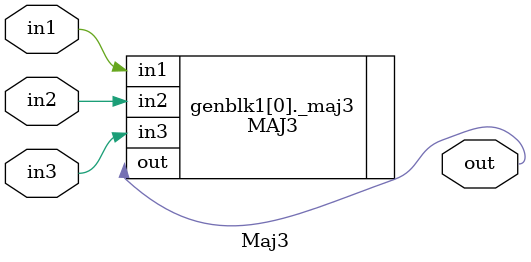
<source format=sv>
/* 3-input MAJ3 gate.
 * Author: Igor Lesik 2020-2023
 *
 */

module Maj3 #(
    parameter WIDTH = 1
)(
    input  wire [WIDTH-1:0] in1,
    input  wire [WIDTH-1:0] in2,
    input  wire [WIDTH-1:0] in3,
    output wire [WIDTH-1:0] out
);

    genvar i;
    generate
    for (i = 0; i < WIDTH; i = i + 1) begin
        MAJ3 _maj3(.in1(in1[i]), .in2(in2[i]), .in3(in3[i]), .out(out[i]));
    end
    endgenerate

endmodule

</source>
